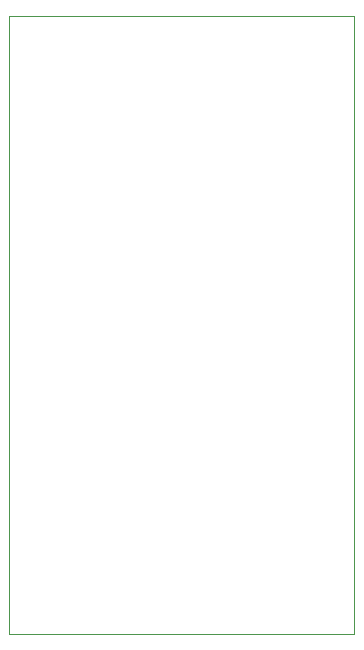
<source format=gbr>
%TF.GenerationSoftware,KiCad,Pcbnew,7.0.8-7.0.8~ubuntu22.04.1*%
%TF.CreationDate,2023-12-23T17:01:05+01:00*%
%TF.ProjectId,Smart_Light,536d6172-745f-44c6-9967-68742e6b6963,rev?*%
%TF.SameCoordinates,Original*%
%TF.FileFunction,Profile,NP*%
%FSLAX46Y46*%
G04 Gerber Fmt 4.6, Leading zero omitted, Abs format (unit mm)*
G04 Created by KiCad (PCBNEW 7.0.8-7.0.8~ubuntu22.04.1) date 2023-12-23 17:01:05*
%MOMM*%
%LPD*%
G01*
G04 APERTURE LIST*
%TA.AperFunction,Profile*%
%ADD10C,0.100000*%
%TD*%
G04 APERTURE END LIST*
D10*
X124290000Y-69450000D02*
X153520000Y-69450000D01*
X153520000Y-121790000D01*
X124290000Y-121790000D01*
X124290000Y-69450000D01*
M02*

</source>
